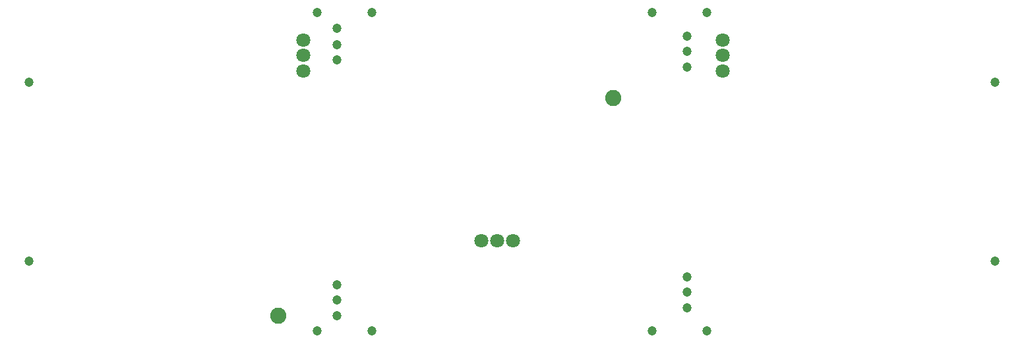
<source format=gbr>
G04 EAGLE Gerber RS-274X export*
G75*
%MOMM*%
%FSLAX34Y34*%
%LPD*%
%INSoldermask Bottom*%
%IPPOS*%
%AMOC8*
5,1,8,0,0,1.08239X$1,22.5*%
G01*
%ADD10C,1.203200*%
%ADD11C,1.803200*%
%ADD12C,2.082800*%


D10*
X30000Y340000D03*
X30000Y110000D03*
X400000Y430000D03*
X400000Y20000D03*
X470000Y430000D03*
X470000Y20000D03*
X830000Y20000D03*
X830000Y430000D03*
X900000Y430000D03*
X900000Y20000D03*
X1270000Y110000D03*
X1270000Y340000D03*
X425000Y410000D03*
X425000Y389000D03*
X425000Y369000D03*
X425000Y60000D03*
X425000Y40000D03*
X875000Y400000D03*
X875000Y380000D03*
X875000Y360000D03*
X875000Y50000D03*
X875000Y70000D03*
X875000Y90000D03*
X425000Y80000D03*
D11*
X382400Y394700D03*
X382400Y374700D03*
X382400Y354700D03*
X611000Y136500D03*
X631000Y136500D03*
X651000Y136500D03*
X920500Y355000D03*
X920500Y375000D03*
X920500Y395000D03*
D12*
X350000Y40000D03*
X780000Y320000D03*
M02*

</source>
